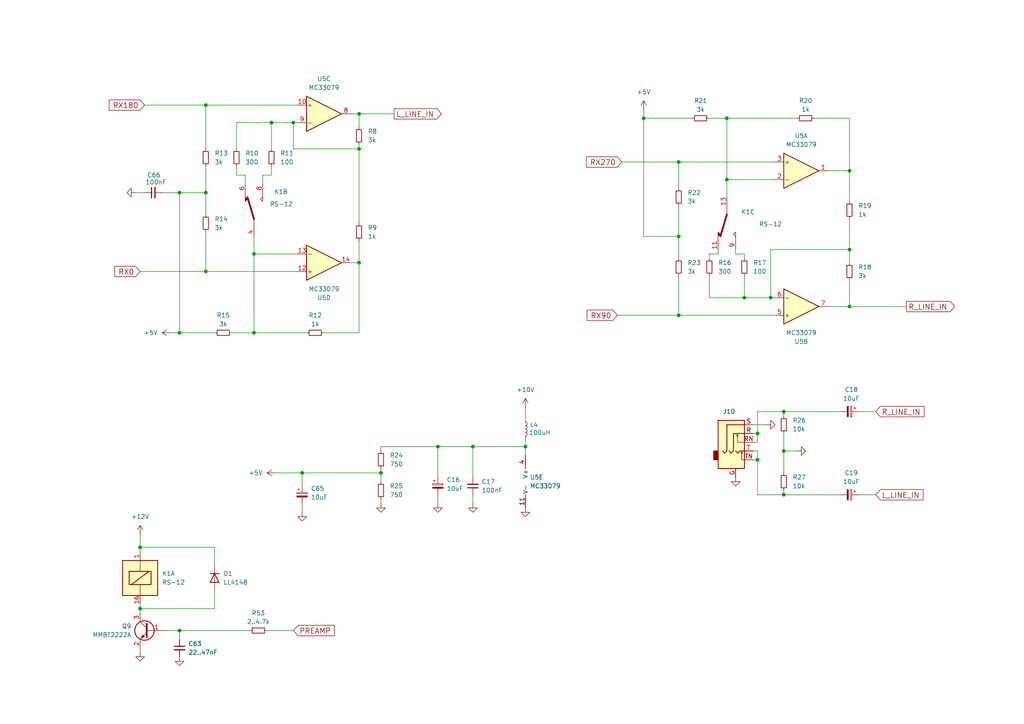
<source format=kicad_sch>
(kicad_sch (version 20231120) (generator "eeschema") (generator_version "8.0")
  (paper "A4")
  (lib_symbols
    (symbol "Amplifier_Operational:MC33079" (pin_names (offset 0.127))
      (property "Reference" "U" (at 0 5.08 0))
      (property "Value" "MC33079" (at 0 -5.08 0))
      (symbol "MC33079_1_1"
        (polyline (pts (xy -5.08 5.08) (xy 5.08 0) (xy -5.08 -5.08) (xy -5.08 5.08)) (stroke (width 0.254)) (fill (type background)))
        (pin output line (at 7.62 0 180) (length 2.54) (name "~") (number "1"))
        (pin input line (at -7.62 -2.54 0) (length 2.54) (name "-") (number "2"))
        (pin input line (at -7.62 2.54 0) (length 2.54) (name "+") (number "3"))
      )
      (symbol "MC33079_2_1"
        (polyline (pts (xy -5.08 5.08) (xy 5.08 0) (xy -5.08 -5.08) (xy -5.08 5.08)) (stroke (width 0.254)) (fill (type background)))
        (pin input line (at -7.62 2.54 0) (length 2.54) (name "+") (number "5"))
        (pin input line (at -7.62 -2.54 0) (length 2.54) (name "-") (number "6"))
        (pin output line (at 7.62 0 180) (length 2.54) (name "~") (number "7"))
      )
      (symbol "MC33079_3_1"
        (polyline (pts (xy -5.08 5.08) (xy 5.08 0) (xy -5.08 -5.08) (xy -5.08 5.08)) (stroke (width 0.254)) (fill (type background)))
        (pin input line (at -7.62 2.54 0) (length 2.54) (name "+") (number "10"))
        (pin output line (at 7.62 0 180) (length 2.54) (name "~") (number "8"))
        (pin input line (at -7.62 -2.54 0) (length 2.54) (name "-") (number "9"))
      )
      (symbol "MC33079_4_1"
        (polyline (pts (xy -5.08 5.08) (xy 5.08 0) (xy -5.08 -5.08) (xy -5.08 5.08)) (stroke (width 0.254)) (fill (type background)))
        (pin input line (at -7.62 2.54 0) (length 2.54) (name "+") (number "12"))
        (pin input line (at -7.62 -2.54 0) (length 2.54) (name "-") (number "13"))
        (pin output line (at 7.62 0 180) (length 2.54) (name "~") (number "14"))
      )
      (symbol "MC33079_5_1"
        (pin power_in line (at -2.54 -7.62 90) (length 3.81) (name "V-") (number "11"))
        (pin power_in line (at -2.54 7.62 270) (length 3.81) (name "V+") (number "4"))
      )
    )
    (symbol "Connector_Audio:AudioJack3_Ground_SwitchTR"
      (property "Reference" "J" (at 0 8.89 0))
      (property "Value" "AudioJack3_Ground_SwitchTR" (at 0 6.35 0))
      (symbol "AudioJack3_Ground_SwitchTR_0_1"
        (rectangle (start -5.08 -5.08) (end -6.35 -7.62) (stroke (width 0.254)) (fill (type outline)))
        (polyline (pts (xy 0.508 -0.254) (xy 0.762 -0.762)))
        (polyline (pts (xy 1.778 -5.334) (xy 2.032 -5.842)))
        (polyline (pts (xy 0 -5.08) (xy 0.635 -5.715) (xy 1.27 -5.08) (xy 2.54 -5.08)) (stroke (width 0.254)))
        (polyline (pts (xy 2.54 -7.62) (xy 1.778 -7.62) (xy 1.778 -5.334) (xy 1.524 -5.842)))
        (polyline (pts (xy 2.54 -2.54) (xy 0.508 -2.54) (xy 0.508 -0.254) (xy 0.254 -0.762)))
        (polyline (pts (xy -1.905 -5.08) (xy -1.27 -5.715) (xy -0.635 -5.08) (xy -0.635 0) (xy 2.54 0)) (stroke (width 0.254)))
        (polyline (pts (xy 2.54 2.54) (xy -2.54 2.54) (xy -2.54 -5.08) (xy -3.175 -5.715) (xy -3.81 -5.08)) (stroke (width 0.254)))
        (rectangle (start 2.54 3.81) (end -5.08 -10.16) (stroke (width 0.254)) (fill (type background)))
      )
      (symbol "AudioJack3_Ground_SwitchTR_1_1"
        (pin passive line (at 0 -12.7 90) (length 2.54) (name "~") (number "G"))
        (pin passive line (at 5.08 0 180) (length 2.54) (name "~") (number "R"))
        (pin passive line (at 5.08 -2.54 180) (length 2.54) (name "~") (number "RN"))
        (pin passive line (at 5.08 2.54 180) (length 2.54) (name "~") (number "S"))
        (pin passive line (at 5.08 -5.08 180) (length 2.54) (name "~") (number "T"))
        (pin passive line (at 5.08 -7.62 180) (length 2.54) (name "~") (number "TN"))
      )
    )
    (symbol "Device:C_Polarized_Small" (pin_numbers hide) (pin_names (offset 0.254) hide)
      (property "Reference" "C" (at 0.254 1.778 0))
      (property "Value" "C_Polarized_Small" (at 0.254 -2.032 0))
      (symbol "C_Polarized_Small_0_1"
        (rectangle (start -1.524 -0.3048) (end 1.524 -0.6858) (fill (type outline)))
        (rectangle (start -1.524 0.6858) (end 1.524 0.3048))
        (polyline (pts (xy -1.27 1.524) (xy -0.762 1.524)))
        (polyline (pts (xy -1.016 1.27) (xy -1.016 1.778)))
      )
      (symbol "C_Polarized_Small_1_1"
        (pin passive line (at 0 2.54 270) (length 1.8542) (name "~") (number "1"))
        (pin passive line (at 0 -2.54 90) (length 1.8542) (name "~") (number "2"))
      )
    )
    (symbol "Device:C_Small" (pin_numbers hide) (pin_names (offset 0.254) hide)
      (property "Reference" "C" (at 0.254 1.778 0))
      (property "Value" "C_Small" (at 0.254 -2.032 0))
      (symbol "C_Small_0_1"
        (polyline (pts (xy -1.524 -0.508) (xy 1.524 -0.508)) (stroke (width 0.3302)))
        (polyline (pts (xy -1.524 0.508) (xy 1.524 0.508)) (stroke (width 0.3048)))
      )
      (symbol "C_Small_1_1"
        (pin passive line (at 0 2.54 270) (length 2.032) (name "~") (number "1"))
        (pin passive line (at 0 -2.54 90) (length 2.032) (name "~") (number "2"))
      )
    )
    (symbol "Device:L_Small" (pin_numbers hide) (pin_names (offset 0.254) hide)
      (property "Reference" "L" (at 0.762 1.016 0))
      (property "Value" "L_Small" (at 0.762 -1.016 0))
      (symbol "L_Small_0_1"
        (arc (start 0 -2.032) (mid 0.5058 -1.524) (end 0 -1.016))
        (arc (start 0 -1.016) (mid 0.5058 -0.508) (end 0 0))
        (arc (start 0 0) (mid 0.5058 0.508) (end 0 1.016))
        (arc (start 0 1.016) (mid 0.5058 1.524) (end 0 2.032))
      )
      (symbol "L_Small_1_1"
        (pin passive line (at 0 2.54 270) (length 0.508) (name "~") (number "1"))
        (pin passive line (at 0 -2.54 90) (length 0.508) (name "~") (number "2"))
      )
    )
    (symbol "Device:R_Small" (pin_numbers hide) (pin_names (offset 0.254) hide)
      (property "Reference" "R" (at 0.762 0.508 0))
      (property "Value" "R_Small" (at 0.762 -1.016 0))
      (symbol "R_Small_0_1"
        (rectangle (start -0.762 1.778) (end 0.762 -1.778) (stroke (width 0.2032)))
      )
      (symbol "R_Small_1_1"
        (pin passive line (at 0 2.54 270) (length 0.762) (name "~") (number "1"))
        (pin passive line (at 0 -2.54 90) (length 0.762) (name "~") (number "2"))
      )
    )
    (symbol "Diode:LL4148" (pin_numbers hide) (pin_names hide)
      (property "Reference" "D" (at 0 2.54 0))
      (property "Value" "LL4148" (at 0 -2.54 0))
      (symbol "LL4148_0_1"
        (polyline (pts (xy -1.27 1.27) (xy -1.27 -1.27)) (stroke (width 0.254)))
        (polyline (pts (xy 1.27 0) (xy -1.27 0)))
        (polyline (pts (xy 1.27 1.27) (xy 1.27 -1.27) (xy -1.27 0) (xy 1.27 1.27)) (stroke (width 0.254)))
      )
      (symbol "LL4148_1_1"
        (pin passive line (at -3.81 0 0) (length 2.54) (name "K") (number "1"))
        (pin passive line (at 3.81 0 180) (length 2.54) (name "A") (number "2"))
      )
    )
    (symbol "Relay:G5V-2_Split"
      (property "Reference" "K" (at 6.35 1.27 0))
      (property "Value" "G5V-2_Split" (at 6.35 -1.27 0))
      (symbol "G5V-2_Split_1_1"
        (rectangle (start -5.08 5.08) (end 5.08 -5.08) (stroke (width 0.254)) (fill (type background)))
        (rectangle (start -3.175 1.905) (end 3.175 -1.905) (stroke (width 0.254)))
        (polyline (pts (xy -2.54 -1.905) (xy 2.54 1.905)) (stroke (width 0.254)))
        (polyline (pts (xy 0 -5.08) (xy 0 -1.905)))
        (polyline (pts (xy 0 5.08) (xy 0 1.905)))
        (pin passive line (at 0 7.62 270) (length 2.54) (name "~") (number "1"))
        (pin passive line (at 0 -7.62 90) (length 2.54) (name "~") (number "16"))
      )
      (symbol "G5V-2_Split_2_1"
        (polyline (pts (xy 0 -2.54) (xy -1.905 3.81)) (stroke (width 0.508)))
        (polyline (pts (xy 0 -2.54) (xy 0 -5.08)))
        (polyline (pts (xy -2.54 5.08) (xy -2.54 2.54) (xy -1.905 3.175) (xy -2.54 3.81)) (fill (type outline)))
        (polyline (pts (xy 2.54 5.08) (xy 2.54 2.54) (xy 1.905 3.175) (xy 2.54 3.81)))
        (pin passive line (at 0 -7.62 90) (length 2.54) (name "~") (number "4"))
        (pin passive line (at -2.54 7.62 270) (length 2.54) (name "~") (number "6"))
        (pin passive line (at 2.54 7.62 270) (length 2.54) (name "~") (number "8"))
      )
      (symbol "G5V-2_Split_3_1"
        (polyline (pts (xy 0 -2.54) (xy -1.905 3.81)) (stroke (width 0.508)))
        (polyline (pts (xy 0 -2.54) (xy 0 -5.08)))
        (polyline (pts (xy -2.54 5.08) (xy -2.54 2.54) (xy -1.905 3.175) (xy -2.54 3.81)) (fill (type outline)))
        (polyline (pts (xy 2.54 5.08) (xy 2.54 2.54) (xy 1.905 3.175) (xy 2.54 3.81)))
        (pin passive line (at -2.54 7.62 270) (length 2.54) (name "~") (number "11"))
        (pin passive line (at 0 -7.62 90) (length 2.54) (name "~") (number "13"))
        (pin passive line (at 2.54 7.62 270) (length 2.54) (name "~") (number "9"))
      )
    )
    (symbol "Transistor_BJT:MMBT2222A" (pin_names (offset 0) hide)
      (property "Reference" "Q" (at 5.08 1.905 0))
      (property "Value" "MMBT2222A" (at 5.08 0 0))
      (symbol "MMBT2222A_0_1"
        (polyline (pts (xy 0.635 0.635) (xy 2.54 2.54)))
        (polyline (pts (xy 0.635 -0.635) (xy 2.54 -2.54) (xy 2.54 -2.54)))
        (polyline (pts (xy 0.635 1.905) (xy 0.635 -1.905) (xy 0.635 -1.905)) (stroke (width 0.508)))
        (polyline (pts (xy 1.27 -1.778) (xy 1.778 -1.27) (xy 2.286 -2.286) (xy 1.27 -1.778) (xy 1.27 -1.778)) (fill (type outline)))
        (circle (center 1.27 0) (radius 2.8194) (stroke (width 0.254)))
      )
      (symbol "MMBT2222A_1_1"
        (pin input line (at -5.08 0 0) (length 5.715) (name "B") (number "1"))
        (pin passive line (at 2.54 -5.08 90) (length 2.54) (name "E") (number "2"))
        (pin passive line (at 2.54 5.08 270) (length 2.54) (name "C") (number "3"))
      )
    )
    (symbol "power:+10V" (power) (pin_numbers hide) (pin_names (offset 0) hide)
      (property "Value" "+10V" (at 0 3.556 0))
      (symbol "+10V_0_1"
        (polyline (pts (xy -0.762 1.27) (xy 0 2.54)))
        (polyline (pts (xy 0 0) (xy 0 2.54)))
        (polyline (pts (xy 0 2.54) (xy 0.762 1.27)))
      )
      (symbol "+10V_1_1"
        (pin power_in line (at 0 0 90) (length 0) (name "~") (number "1"))
      )
    )
    (symbol "power:+12V" (power) (pin_numbers hide) (pin_names (offset 0) hide)
      (property "Value" "+12V" (at 0 3.556 0))
      (symbol "+12V_0_1"
        (polyline (pts (xy -0.762 1.27) (xy 0 2.54)))
        (polyline (pts (xy 0 0) (xy 0 2.54)))
        (polyline (pts (xy 0 2.54) (xy 0.762 1.27)))
      )
      (symbol "+12V_1_1"
        (pin power_in line (at 0 0 90) (length 0) (name "~") (number "1"))
      )
    )
    (symbol "power:+5V" (power) (pin_numbers hide) (pin_names (offset 0) hide)
      (property "Value" "+5V" (at 0 3.556 0))
      (symbol "+5V_0_1"
        (polyline (pts (xy -0.762 1.27) (xy 0 2.54)))
        (polyline (pts (xy 0 0) (xy 0 2.54)))
        (polyline (pts (xy 0 2.54) (xy 0.762 1.27)))
      )
      (symbol "+5V_1_1"
        (pin power_in line (at 0 0 90) (length 0) (name "~") (number "1"))
      )
    )
    (symbol "power:GND" (power) (pin_numbers hide) (pin_names (offset 0) hide)
      (property "Value" "GND" (at 0 -3.81 0))
      (symbol "GND_0_1"
        (polyline (pts (xy 0 0) (xy 0 -1.27) (xy 1.27 -1.27) (xy 0 -2.54) (xy -1.27 -1.27) (xy 0 -1.27)))
      )
      (symbol "GND_1_1"
        (pin power_in line (at 0 0 270) (length 0) (name "~") (number "1"))
      )
    )
  )
  (junction (at 227.33 143.51))
  (junction (at 104.14 43.18))
  (junction (at 215.9 86.36))
  (junction (at 59.69 78.74))
  (junction (at 210.82 52.07))
  (junction (at 223.52 86.36))
  (junction (at 85.09 35.56))
  (junction (at 227.33 119.38))
  (junction (at 52.07 55.88))
  (junction (at 127 129.54))
  (junction (at 196.85 46.99))
  (junction (at 110.49 137.16))
  (junction (at 59.69 55.88))
  (junction (at 219.71 125.73))
  (junction (at 246.38 72.39))
  (junction (at 40.64 158.75))
  (junction (at 40.64 176.53))
  (junction (at 186.69 34.29))
  (junction (at 104.14 33.02))
  (junction (at 219.71 133.35))
  (junction (at 52.07 182.88))
  (junction (at 196.85 68.58))
  (junction (at 73.66 96.52))
  (junction (at 73.66 73.66))
  (junction (at 52.07 96.52))
  (junction (at 137.16 129.54))
  (junction (at 59.69 30.48))
  (junction (at 210.82 34.29))
  (junction (at 227.33 130.81))
  (junction (at 246.38 49.53))
  (junction (at 78.74 35.56))
  (junction (at 87.63 137.16))
  (junction (at 196.85 91.44))
  (junction (at 104.14 76.2))
  (junction (at 152.4 129.54))
  (junction (at 246.38 88.9))
  (wire (pts (xy 85.09 35.56) (xy 86.36 35.56)))
  (wire (pts (xy 248.92 143.51) (xy 254 143.51)))
  (wire (pts (xy 52.07 182.88) (xy 72.39 182.88)))
  (wire (pts (xy 205.74 86.36) (xy 205.74 80.01)))
  (wire (pts (xy 85.09 43.18) (xy 85.09 35.56)))
  (wire (pts (xy 68.58 43.18) (xy 68.58 35.56)))
  (wire (pts (xy 219.71 133.35) (xy 219.71 143.51)))
  (wire (pts (xy 222.25 123.19) (xy 218.44 123.19)))
  (wire (pts (xy 104.14 33.02) (xy 114.3 33.02)))
  (wire (pts (xy 205.74 73.66) (xy 205.74 74.93)))
  (wire (pts (xy 40.64 154.94) (xy 40.64 158.75)))
  (wire (pts (xy 227.33 119.38) (xy 219.71 119.38)))
  (wire (pts (xy 40.64 158.75) (xy 62.23 158.75)))
  (wire (pts (xy 240.03 49.53) (xy 246.38 49.53)))
  (wire (pts (xy 246.38 72.39) (xy 223.52 72.39)))
  (wire (pts (xy 86.36 78.74) (xy 59.69 78.74)))
  (wire (pts (xy 215.9 86.36) (xy 205.74 86.36)))
  (wire (pts (xy 127 129.54) (xy 110.49 129.54)))
  (wire (pts (xy 196.85 80.01) (xy 196.85 91.44)))
  (wire (pts (xy 227.33 142.24) (xy 227.33 143.51)))
  (wire (pts (xy 104.14 76.2) (xy 101.6 76.2)))
  (wire (pts (xy 40.64 176.53) (xy 62.23 176.53)))
  (wire (pts (xy 49.53 96.52) (xy 52.07 96.52)))
  (wire (pts (xy 41.91 30.48) (xy 59.69 30.48)))
  (wire (pts (xy 77.47 182.88) (xy 85.09 182.88)))
  (wire (pts (xy 80.01 137.16) (xy 87.63 137.16)))
  (wire (pts (xy 246.38 49.53) (xy 246.38 58.42)))
  (wire (pts (xy 104.14 96.52) (xy 93.98 96.52)))
  (wire (pts (xy 62.23 158.75) (xy 62.23 163.83)))
  (wire (pts (xy 218.44 133.35) (xy 219.71 133.35)))
  (wire (pts (xy 180.34 46.99) (xy 196.85 46.99)))
  (wire (pts (xy 179.07 91.44) (xy 196.85 91.44)))
  (wire (pts (xy 40.64 175.26) (xy 40.64 176.53)))
  (wire (pts (xy 127 146.05) (xy 127 143.51)))
  (wire (pts (xy 215.9 74.93) (xy 215.9 73.66)))
  (wire (pts (xy 40.64 160.02) (xy 40.64 158.75)))
  (wire (pts (xy 219.71 128.27) (xy 218.44 128.27)))
  (wire (pts (xy 73.66 96.52) (xy 73.66 73.66)))
  (wire (pts (xy 223.52 86.36) (xy 215.9 86.36)))
  (wire (pts (xy 46.99 55.88) (xy 52.07 55.88)))
  (wire (pts (xy 196.85 91.44) (xy 224.79 91.44)))
  (wire (pts (xy 101.6 33.02) (xy 104.14 33.02)))
  (wire (pts (xy 110.49 144.78) (xy 110.49 146.05)))
  (wire (pts (xy 76.2 50.8) (xy 78.74 50.8)))
  (wire (pts (xy 210.82 57.15) (xy 210.82 52.07)))
  (wire (pts (xy 196.85 59.69) (xy 196.85 68.58)))
  (wire (pts (xy 208.28 72.39) (xy 208.28 73.66)))
  (wire (pts (xy 62.23 176.53) (xy 62.23 171.45)))
  (wire (pts (xy 219.71 125.73) (xy 219.71 128.27)))
  (wire (pts (xy 104.14 76.2) (xy 104.14 96.52)))
  (wire (pts (xy 215.9 80.01) (xy 215.9 86.36)))
  (wire (pts (xy 219.71 143.51) (xy 227.33 143.51)))
  (wire (pts (xy 39.37 55.88) (xy 41.91 55.88)))
  (wire (pts (xy 219.71 130.81) (xy 219.71 133.35)))
  (wire (pts (xy 104.14 41.91) (xy 104.14 43.18)))
  (wire (pts (xy 227.33 143.51) (xy 243.84 143.51)))
  (wire (pts (xy 208.28 73.66) (xy 205.74 73.66)))
  (wire (pts (xy 227.33 125.73) (xy 227.33 130.81)))
  (wire (pts (xy 152.4 127) (xy 152.4 129.54)))
  (wire (pts (xy 78.74 35.56) (xy 85.09 35.56)))
  (wire (pts (xy 88.9 96.52) (xy 73.66 96.52)))
  (wire (pts (xy 62.23 96.52) (xy 52.07 96.52)))
  (wire (pts (xy 186.69 68.58) (xy 196.85 68.58)))
  (wire (pts (xy 40.64 176.53) (xy 40.64 177.8)))
  (wire (pts (xy 224.79 86.36) (xy 223.52 86.36)))
  (wire (pts (xy 219.71 119.38) (xy 219.71 125.73)))
  (wire (pts (xy 104.14 43.18) (xy 104.14 64.77)))
  (wire (pts (xy 213.36 73.66) (xy 213.36 72.39)))
  (wire (pts (xy 137.16 146.05) (xy 137.16 143.51)))
  (wire (pts (xy 76.2 53.34) (xy 76.2 50.8)))
  (wire (pts (xy 227.33 119.38) (xy 227.33 120.65)))
  (wire (pts (xy 48.26 182.88) (xy 52.07 182.88)))
  (wire (pts (xy 210.82 52.07) (xy 224.79 52.07)))
  (wire (pts (xy 87.63 137.16) (xy 87.63 140.97)))
  (wire (pts (xy 196.85 46.99) (xy 196.85 54.61)))
  (wire (pts (xy 215.9 73.66) (xy 213.36 73.66)))
  (wire (pts (xy 152.4 129.54) (xy 152.4 132.08)))
  (wire (pts (xy 186.69 34.29) (xy 200.66 34.29)))
  (wire (pts (xy 210.82 34.29) (xy 210.82 52.07)))
  (wire (pts (xy 59.69 30.48) (xy 86.36 30.48)))
  (wire (pts (xy 137.16 129.54) (xy 137.16 138.43)))
  (wire (pts (xy 68.58 35.56) (xy 78.74 35.56)))
  (wire (pts (xy 196.85 68.58) (xy 196.85 74.93)))
  (wire (pts (xy 78.74 48.26) (xy 78.74 50.8)))
  (wire (pts (xy 246.38 76.2) (xy 246.38 72.39)))
  (wire (pts (xy 218.44 130.81) (xy 219.71 130.81)))
  (wire (pts (xy 196.85 46.99) (xy 224.79 46.99)))
  (wire (pts (xy 205.74 34.29) (xy 210.82 34.29)))
  (wire (pts (xy 186.69 34.29) (xy 186.69 68.58)))
  (wire (pts (xy 110.49 137.16) (xy 110.49 139.7)))
  (wire (pts (xy 246.38 63.5) (xy 246.38 72.39)))
  (wire (pts (xy 110.49 135.89) (xy 110.49 137.16)))
  (wire (pts (xy 68.58 50.8) (xy 71.12 50.8)))
  (wire (pts (xy 236.22 34.29) (xy 246.38 34.29)))
  (wire (pts (xy 87.63 137.16) (xy 110.49 137.16)))
  (wire (pts (xy 52.07 182.88) (xy 52.07 185.42)))
  (wire (pts (xy 127 129.54) (xy 137.16 129.54)))
  (wire (pts (xy 223.52 72.39) (xy 223.52 86.36)))
  (wire (pts (xy 104.14 33.02) (xy 104.14 36.83)))
  (wire (pts (xy 246.38 88.9) (xy 262.89 88.9)))
  (wire (pts (xy 240.03 88.9) (xy 246.38 88.9)))
  (wire (pts (xy 186.69 31.75) (xy 186.69 34.29)))
  (wire (pts (xy 86.36 73.66) (xy 73.66 73.66)))
  (wire (pts (xy 218.44 125.73) (xy 219.71 125.73)))
  (wire (pts (xy 59.69 78.74) (xy 40.64 78.74)))
  (wire (pts (xy 137.16 129.54) (xy 152.4 129.54)))
  (wire (pts (xy 67.31 96.52) (xy 73.66 96.52)))
  (wire (pts (xy 227.33 130.81) (xy 227.33 137.16)))
  (wire (pts (xy 152.4 118.11) (xy 152.4 121.92)))
  (wire (pts (xy 40.64 187.96) (xy 40.64 189.23)))
  (wire (pts (xy 246.38 34.29) (xy 246.38 49.53)))
  (wire (pts (xy 248.92 119.38) (xy 254 119.38)))
  (wire (pts (xy 59.69 55.88) (xy 59.69 62.23)))
  (wire (pts (xy 59.69 30.48) (xy 59.69 43.18)))
  (wire (pts (xy 71.12 50.8) (xy 71.12 53.34)))
  (wire (pts (xy 104.14 69.85) (xy 104.14 76.2)))
  (wire (pts (xy 68.58 48.26) (xy 68.58 50.8)))
  (wire (pts (xy 73.66 73.66) (xy 73.66 68.58)))
  (wire (pts (xy 246.38 88.9) (xy 246.38 81.28)))
  (wire (pts (xy 59.69 48.26) (xy 59.69 55.88)))
  (wire (pts (xy 87.63 148.59) (xy 87.63 146.05)))
  (wire (pts (xy 104.14 43.18) (xy 85.09 43.18)))
  (wire (pts (xy 52.07 55.88) (xy 59.69 55.88)))
  (wire (pts (xy 231.14 34.29) (xy 210.82 34.29)))
  (wire (pts (xy 127 138.43) (xy 127 129.54)))
  (wire (pts (xy 227.33 130.81) (xy 231.14 130.81)))
  (wire (pts (xy 78.74 43.18) (xy 78.74 35.56)))
  (wire (pts (xy 52.07 55.88) (xy 52.07 96.52)))
  (wire (pts (xy 110.49 129.54) (xy 110.49 130.81)))
  (wire (pts (xy 227.33 119.38) (xy 243.84 119.38)))
  (wire (pts (xy 59.69 67.31) (xy 59.69 78.74)))
  (global_label "RX180" (shape input) (at 41.91 30.48 180) (effects (font (size 1.524 1.524))) (property "Intersheetrefs" "${INTERSHEET_REFS}" (effects (hide yes))))
  (global_label "L_LINE_IN" (shape input) (at 254 143.51 0) (effects (font (size 1.524 1.524))) (property "Intersheetrefs" "${INTERSHEET_REFS}" (effects (hide yes))))
  (global_label "R_LINE_IN" (shape input) (at 254 119.38 0) (effects (font (size 1.524 1.524))) (property "Intersheetrefs" "${INTERSHEET_REFS}" (effects (hide yes))))
  (global_label "RX90" (shape input) (at 179.07 91.44 180) (effects (font (size 1.524 1.524))) (property "Intersheetrefs" "${INTERSHEET_REFS}" (effects (hide yes))))
  (global_label "L_LINE_IN" (shape output) (at 114.3 33.02 0) (effects (font (size 1.524 1.524))) (property "Intersheetrefs" "${INTERSHEET_REFS}" (effects (hide yes))))
  (global_label "PREAMP" (shape input) (at 85.09 182.88 0) (effects (font (size 1.524 1.524))) (property "Intersheetrefs" "${INTERSHEET_REFS}" (effects (hide yes))))
  (global_label "RX270" (shape input) (at 180.34 46.99 180) (effects (font (size 1.524 1.524))) (property "Intersheetrefs" "${INTERSHEET_REFS}" (effects (hide yes))))
  (global_label "R_LINE_IN" (shape output) (at 262.89 88.9 0) (effects (font (size 1.524 1.524))) (property "Intersheetrefs" "${INTERSHEET_REFS}" (effects (hide yes))))
  (global_label "RX0" (shape input) (at 40.64 78.74 180) (effects (font (size 1.524 1.524))) (property "Intersheetrefs" "${INTERSHEET_REFS}" (effects (hide yes))))
  (symbol (lib_id "Diode:LL4148") (at 62.23 167.64 270) (unit 1)
    (property "Reference" "D1" (at 64.77 166.3699 90) (effects (justify left)))
    (property "Value" "LL4148" (at 64.77 168.9099 90) (effects (justify left)))
    (property "Footprint" "Diode_SMD:D_MiniMELF" (effects (hide yes)))
    (property "Datasheet" "http://www.vishay.com/docs/85557/ll4148.pdf" (effects (hide yes)))
    (property "Description" "100V 0.15A standard switching diode, MiniMELF" (effects (hide yes)))
    (property "Sim.Device" "D" (effects (hide yes)))
    (property "Sim.Pins" "1=K 2=A" (effects (hide yes)))
  )
  (symbol (lib_id "Amplifier_Operational:MC33079") (at 93.98 33.02 0) (unit 3)
    (property "Reference" "U5" (at 93.98 22.86 0))
    (property "Value" "MC33079" (at 93.98 25.4 0))
    (property "Footprint" "Package_SO:SOIC-14_3.9x8.7mm_P1.27mm" (effects (hide yes)))
    (property "Datasheet" "https://www.onsemi.com/pub/Collateral/MC33078-D.PDF" (effects (hide yes)))
    (property "Description" "Low Noise, Quad Operational Amplifiers, DIP-14/SOIC-14" (effects (hide yes)))
  )
  (symbol (lib_id "power:GND") (at 127 146.05 0) (unit 1)
    (property "Reference" "#PWR026" (effects (hide yes)))
    (property "Value" "GND" (effects (hide yes)))
    (property "Description" "Power symbol creates a global label with name \"GND\" , ground" (effects (hide yes)))
  )
  (symbol (lib_id "power:GND") (at 40.64 189.23 0) (unit 1)
    (property "Reference" "#PWR030" (effects (hide yes)))
    (property "Value" "GND" (effects (hide yes)))
    (property "Description" "Power symbol creates a global label with name \"GND\" , ground" (effects (hide yes)))
  )
  (symbol (lib_id "power:GND") (at 87.63 148.59 0) (unit 1)
    (property "Reference" "#PWR098" (effects (hide yes)))
    (property "Value" "GND" (effects (hide yes)))
    (property "Description" "Power symbol creates a global label with name \"GND\" , ground" (effects (hide yes)))
  )
  (symbol (lib_id "Relay:G5V-2_Split") (at 73.66 60.96 0) (unit 2)
    (property "Reference" "K1" (at 79.502 55.626 0) (effects (justify left)))
    (property "Value" "RS-12" (at 78.232 59.182 0) (effects (justify left)))
    (property "Footprint" "Relay_THT:Relay_DPDT_Omron_G5V-2" (effects (hide yes)))
    (property "Datasheet" "http://omronfs.omron.com/en_US/ecb/products/pdf/en-g5v_2.pdf" (effects (hide yes)))
    (property "Description" "Relay Miniature Omron DPDT" (effects (hide yes)))
  )
  (symbol (lib_id "power:+5V") (at 186.69 31.75 0) (unit 1)
    (property "Reference" "#PWR022" (effects (hide yes)))
    (property "Value" "+5V" (at 186.69 26.67 0))
    (property "Description" "Power symbol creates a global label with name \"+5V\"" (effects (hide yes)))
  )
  (symbol (lib_id "Device:R_Small") (at 68.58 45.72 180) (unit 1)
    (property "Reference" "R10" (at 71.12 44.4499 0) (effects (justify right)))
    (property "Value" "300" (at 71.12 46.9899 0) (effects (justify right)))
    (property "Footprint" "Resistor_SMD:R_0603_1608Metric_Pad0.98x0.95mm_HandSolder" (effects (hide yes)))
    (property "Description" "Resistor, small symbol" (effects (hide yes)))
    (property "JLCPCB" "C23025" (effects (hide yes)))
  )
  (symbol (lib_id "Device:R_Small") (at 78.74 45.72 0) (unit 1)
    (property "Reference" "R11" (at 81.28 44.4499 0) (effects (justify left)))
    (property "Value" "100" (at 81.28 46.9899 0) (effects (justify left)))
    (property "Footprint" "Resistor_SMD:R_0603_1608Metric_Pad0.98x0.95mm_HandSolder" (effects (hide yes)))
    (property "Description" "Resistor, small symbol" (effects (hide yes)))
    (property "JLCPCB" "C22775" (effects (hide yes)))
  )
  (symbol (lib_id "Device:R_Small") (at 59.69 64.77 180) (unit 1)
    (property "Reference" "R14" (at 62.23 63.4999 0) (effects (justify right)))
    (property "Value" "3k" (at 62.23 66.0399 0) (effects (justify right)))
    (property "Footprint" "Resistor_SMD:R_0603_1608Metric_Pad0.98x0.95mm_HandSolder" (effects (hide yes)))
    (property "Description" "Resistor, small symbol" (effects (hide yes)))
    (property "JLCPCB" "C4211" (effects (hide yes)))
  )
  (symbol (lib_id "Device:R_Small") (at 203.2 34.29 270) (unit 1)
    (property "Reference" "R21" (at 203.2 29.21 90))
    (property "Value" "3k" (at 203.2 31.75 90))
    (property "Footprint" "Resistor_SMD:R_0603_1608Metric_Pad0.98x0.95mm_HandSolder" (effects (hide yes)))
    (property "Description" "Resistor, small symbol" (effects (hide yes)))
    (property "JLCPCB" "C4211" (effects (hide yes)))
  )
  (symbol (lib_id "Device:R_Small") (at 64.77 96.52 270) (unit 1)
    (property "Reference" "R15" (at 64.77 91.44 90))
    (property "Value" "3k" (at 64.77 93.98 90))
    (property "Footprint" "Resistor_SMD:R_0603_1608Metric_Pad0.98x0.95mm_HandSolder" (effects (hide yes)))
    (property "Description" "Resistor, small symbol" (effects (hide yes)))
    (property "JLCPCB" "C4211" (effects (hide yes)))
  )
  (symbol (lib_id "Device:C_Polarized_Small") (at 87.63 143.51 0) (unit 1)
    (property "Reference" "C65" (at 90.17 141.6938 0) (effects (justify left)))
    (property "Value" "10uF" (at 90.17 144.2338 0) (effects (justify left)))
    (property "Footprint" "Capacitor_Tantalum_SMD:CP_EIA-3216-18_Kemet-A_Pad1.58x1.35mm_HandSolder" (effects (hide yes)))
    (property "Description" "Polarized capacitor, small symbol" (effects (hide yes)))
    (property "JLCPCB" " C123294 " (effects (hide yes)))
  )
  (symbol (lib_id "Device:R_Small") (at 196.85 77.47 180) (unit 1)
    (property "Reference" "R23" (at 199.39 76.1999 0) (effects (justify right)))
    (property "Value" "3k" (at 199.39 78.7399 0) (effects (justify right)))
    (property "Footprint" "Resistor_SMD:R_0603_1608Metric_Pad0.98x0.95mm_HandSolder" (effects (hide yes)))
    (property "Description" "Resistor, small symbol" (effects (hide yes)))
    (property "JLCPCB" "C4211" (effects (hide yes)))
  )
  (symbol (lib_id "Transistor_BJT:MMBT2222A") (at 43.18 182.88 0) (mirror y) (unit 1)
    (property "Reference" "Q9" (at 38.1 181.6099 0) (effects (justify left)))
    (property "Value" "MMBT2222A" (at 38.1 184.1499 0) (effects (justify left)))
    (property "Footprint" "Package_TO_SOT_SMD:SOT-23" (effects (hide yes)))
    (property "Datasheet" "https://assets.nexperia.com/documents/data-sheet/MMBT2222A.pdf" (effects (hide yes)))
    (property "Description" "600mA Ic, 40V Vce, NPN Transistor, SOT-23" (effects (hide yes)))
  )
  (symbol (lib_id "Device:L_Small") (at 152.4 124.46 0) (unit 1)
    (property "Reference" "L4" (at 153.67 123.19 0) (effects (justify left)))
    (property "Value" "100uH" (at 153.416 125.476 0) (effects (justify left)))
    (property "Footprint" "Inductor_SMD:L_1210_3225Metric_Pad1.42x2.65mm_HandSolder" (effects (hide yes)))
    (property "Description" "Inductor, small symbol" (effects (hide yes)))
    (property "JLCPCB" "C394100" (effects (hide yes)))
  )
  (symbol (lib_id "power:GND") (at 222.25 123.19 90) (unit 1)
    (property "Reference" "#PWR0135" (effects (hide yes)))
    (property "Value" "GND" (effects (hide yes)))
    (property "Description" "Power symbol creates a global label with name \"GND\" , ground" (effects (hide yes)))
  )
  (symbol (lib_id "power:GND") (at 231.14 130.81 90) (unit 1)
    (property "Reference" "#PWR033" (effects (hide yes)))
    (property "Value" "GND" (effects (hide yes)))
    (property "Description" "Power symbol creates a global label with name \"GND\" , ground" (effects (hide yes)))
  )
  (symbol (lib_id "Device:R_Small") (at 104.14 39.37 180) (unit 1)
    (property "Reference" "R8" (at 106.68 38.0999 0) (effects (justify right)))
    (property "Value" "3k" (at 106.68 40.6399 0) (effects (justify right)))
    (property "Footprint" "Resistor_SMD:R_0603_1608Metric_Pad0.98x0.95mm_HandSolder" (effects (hide yes)))
    (property "Description" "Resistor, small symbol" (effects (hide yes)))
    (property "JLCPCB" "C4211" (effects (hide yes)))
  )
  (symbol (lib_id "Device:R_Small") (at 110.49 142.24 180) (unit 1)
    (property "Reference" "R25" (at 113.03 140.9699 0) (effects (justify right)))
    (property "Value" "750" (at 113.03 143.5099 0) (effects (justify right)))
    (property "Footprint" "SDR_footprints:R_1206_0603" (effects (hide yes)))
    (property "Description" "Resistor, small symbol" (effects (hide yes)))
    (property "JLCPCB" "C23241" (effects (hide yes)))
  )
  (symbol (lib_id "power:+5V") (at 49.53 96.52 90) (unit 1)
    (property "Reference" "#PWR023" (effects (hide yes)))
    (property "Value" "+5V" (at 45.72 96.5199 90) (effects (justify left)))
    (property "Description" "Power symbol creates a global label with name \"+5V\"" (effects (hide yes)))
  )
  (symbol (lib_id "Device:R_Small") (at 110.49 133.35 180) (unit 1)
    (property "Reference" "R24" (at 113.03 132.0799 0) (effects (justify right)))
    (property "Value" "750" (at 113.03 134.6199 0) (effects (justify right)))
    (property "Footprint" "SDR_footprints:R_1206_0603" (effects (hide yes)))
    (property "Description" "Resistor, small symbol" (effects (hide yes)))
    (property "JLCPCB" "C23241" (effects (hide yes)))
  )
  (symbol (lib_id "Connector_Audio:AudioJack3_Ground_SwitchTR") (at 213.36 125.73 0) (unit 1)
    (property "Reference" "J10" (at 211.455 119.38 0))
    (property "Value" "AudioJack3_Ground_SwitchTR" (effects (hide yes)))
    (property "Footprint" "Connector_Audio:Jack_3.5mm_CUI_SJ1-3525N_Horizontal" (effects (hide yes)))
    (property "Description" "Audio Jack, 3 Poles (Stereo / TRS), Grounded Sleeve, Switched TR Poles (Normalling)" (effects (hide yes)))
  )
  (symbol (lib_id "power:GND") (at 52.07 190.5 0) (unit 1)
    (property "Reference" "#PWR091" (effects (hide yes)))
    (property "Value" "GND" (effects (hide yes)))
    (property "Description" "Power symbol creates a global label with name \"GND\" , ground" (effects (hide yes)))
  )
  (symbol (lib_id "Amplifier_Operational:MC33079") (at 154.94 139.7 0) (unit 5)
    (property "Reference" "U5" (at 153.67 138.4299 0) (effects (justify left)))
    (property "Value" "MC33079" (at 153.67 140.9699 0) (effects (justify left)))
    (property "Footprint" "Package_SO:SOIC-14_3.9x8.7mm_P1.27mm" (effects (hide yes)))
    (property "Datasheet" "https://www.onsemi.com/pub/Collateral/MC33078-D.PDF" (effects (hide yes)))
    (property "Description" "Low Noise, Quad Operational Amplifiers, DIP-14/SOIC-14" (effects (hide yes)))
  )
  (symbol (lib_id "Relay:G5V-2_Split") (at 210.82 64.77 0) (mirror x) (unit 3)
    (property "Reference" "K1" (at 218.948 61.468 0) (effects (justify right)))
    (property "Value" "RS-12" (at 226.822 65.024 0) (effects (justify right)))
    (property "Footprint" "Relay_THT:Relay_DPDT_Omron_G5V-2" (effects (hide yes)))
    (property "Datasheet" "http://omronfs.omron.com/en_US/ecb/products/pdf/en-g5v_2.pdf" (effects (hide yes)))
    (property "Description" "Relay Miniature Omron DPDT" (effects (hide yes)))
  )
  (symbol (lib_id "Relay:G5V-2_Split") (at 40.64 167.64 0) (unit 1)
    (property "Reference" "K1" (at 46.99 166.3699 0) (effects (justify left)))
    (property "Value" "RS-12" (at 46.99 168.9099 0) (effects (justify left)))
    (property "Footprint" "Relay_THT:Relay_DPDT_Omron_G5V-2" (effects (hide yes)))
    (property "Datasheet" "http://omronfs.omron.com/en_US/ecb/products/pdf/en-g5v_2.pdf" (effects (hide yes)))
    (property "Description" "Relay Miniature Omron DPDT" (effects (hide yes)))
  )
  (symbol (lib_id "power:+10V") (at 152.4 118.11 0) (unit 1)
    (property "Reference" "#PWR024" (effects (hide yes)))
    (property "Value" "+10V" (at 152.4 113.03 0))
    (property "Description" "Power symbol creates a global label with name \"+10V\"" (effects (hide yes)))
  )
  (symbol (lib_id "Device:C_Small") (at 44.45 55.88 90) (unit 1)
    (property "Reference" "C66" (at 42.672 50.8 90) (effects (justify right)))
    (property "Value" "100nF" (at 42.164 52.832 90) (effects (justify right)))
    (property "Footprint" "SDR_footprints:C_1206_0603" (effects (hide yes)))
    (property "Description" "Unpolarized capacitor, small symbol" (effects (hide yes)))
    (property "JLCPCB" "C14663" (effects (hide yes)))
  )
  (symbol (lib_id "Amplifier_Operational:MC33079") (at 232.41 88.9 0) (mirror x) (unit 2)
    (property "Reference" "U5" (at 232.41 99.06 0))
    (property "Value" "MC33079" (at 232.41 96.52 0))
    (property "Footprint" "Package_SO:SOIC-14_3.9x8.7mm_P1.27mm" (effects (hide yes)))
    (property "Datasheet" "https://www.onsemi.com/pub/Collateral/MC33078-D.PDF" (effects (hide yes)))
    (property "Description" "Low Noise, Quad Operational Amplifiers, DIP-14/SOIC-14" (effects (hide yes)))
  )
  (symbol (lib_id "Device:R_Small") (at 246.38 60.96 180) (unit 1)
    (property "Reference" "R19" (at 248.92 59.6899 0) (effects (justify right)))
    (property "Value" "1k" (at 248.92 62.2299 0) (effects (justify right)))
    (property "Footprint" "Resistor_SMD:R_0603_1608Metric_Pad0.98x0.95mm_HandSolder" (effects (hide yes)))
    (property "Description" "Resistor, small symbol" (effects (hide yes)))
    (property "JLCPCB" "C21190" (effects (hide yes)))
  )
  (symbol (lib_id "Device:R_Small") (at 91.44 96.52 270) (unit 1)
    (property "Reference" "R12" (at 91.44 91.44 90))
    (property "Value" "1k" (at 91.44 93.98 90))
    (property "Footprint" "Resistor_SMD:R_0603_1608Metric_Pad0.98x0.95mm_HandSolder" (effects (hide yes)))
    (property "Description" "Resistor, small symbol" (effects (hide yes)))
    (property "JLCPCB" "C21190" (effects (hide yes)))
  )
  (symbol (lib_id "power:GND") (at 213.36 138.43 0) (unit 1)
    (property "Reference" "#PWR032" (effects (hide yes)))
    (property "Value" "GND" (effects (hide yes)))
    (property "Description" "Power symbol creates a global label with name \"GND\" , ground" (effects (hide yes)))
  )
  (symbol (lib_id "Device:R_Small") (at 59.69 45.72 180) (unit 1)
    (property "Reference" "R13" (at 62.23 44.4499 0) (effects (justify right)))
    (property "Value" "3k" (at 62.23 46.9899 0) (effects (justify right)))
    (property "Footprint" "Resistor_SMD:R_0603_1608Metric_Pad0.98x0.95mm_HandSolder" (effects (hide yes)))
    (property "Description" "Resistor, small symbol" (effects (hide yes)))
    (property "JLCPCB" "C4211" (effects (hide yes)))
  )
  (symbol (lib_id "Device:C_Polarized_Small") (at 246.38 143.51 270) (unit 1)
    (property "Reference" "C19" (at 246.9261 137.16 90))
    (property "Value" "10uF" (at 246.9261 139.7 90))
    (property "Footprint" "Capacitor_Tantalum_SMD:CP_EIA-3216-18_Kemet-A_Pad1.58x1.35mm_HandSolder" (effects (hide yes)))
    (property "Description" "Polarized capacitor, small symbol" (effects (hide yes)))
    (property "JLCPCB" " C123294 " (effects (hide yes)))
  )
  (symbol (lib_id "Device:R_Small") (at 215.9 77.47 180) (unit 1)
    (property "Reference" "R17" (at 218.44 76.1999 0) (effects (justify right)))
    (property "Value" "100" (at 218.44 78.7399 0) (effects (justify right)))
    (property "Footprint" "Resistor_SMD:R_0603_1608Metric_Pad0.98x0.95mm_HandSolder" (effects (hide yes)))
    (property "Description" "Resistor, small symbol" (effects (hide yes)))
    (property "JLCPCB" "C22775" (effects (hide yes)))
  )
  (symbol (lib_id "Device:R_Small") (at 227.33 123.19 0) (unit 1)
    (property "Reference" "R26" (at 229.87 121.9199 0) (effects (justify left)))
    (property "Value" "10k" (at 229.87 124.4599 0) (effects (justify left)))
    (property "Footprint" "Resistor_SMD:R_0603_1608Metric_Pad0.98x0.95mm_HandSolder" (effects (hide yes)))
    (property "Description" "Resistor, small symbol" (effects (hide yes)))
    (property "JLCPCB" "C25804" (effects (hide yes)))
  )
  (symbol (lib_id "Device:R_Small") (at 205.74 77.47 180) (unit 1)
    (property "Reference" "R16" (at 208.28 76.1999 0) (effects (justify right)))
    (property "Value" "300" (at 208.28 78.7399 0) (effects (justify right)))
    (property "Footprint" "Resistor_SMD:R_0603_1608Metric_Pad0.98x0.95mm_HandSolder" (effects (hide yes)))
    (property "Description" "Resistor, small symbol" (effects (hide yes)))
    (property "JLCPCB" "C23025" (effects (hide yes)))
  )
  (symbol (lib_id "Device:R_Small") (at 246.38 78.74 180) (unit 1)
    (property "Reference" "R18" (at 248.92 77.4699 0) (effects (justify right)))
    (property "Value" "3k" (at 248.92 80.0099 0) (effects (justify right)))
    (property "Footprint" "Resistor_SMD:R_0603_1608Metric_Pad0.98x0.95mm_HandSolder" (effects (hide yes)))
    (property "Description" "Resistor, small symbol" (effects (hide yes)))
    (property "JLCPCB" "C4211" (effects (hide yes)))
  )
  (symbol (lib_id "Device:R_Small") (at 104.14 67.31 180) (unit 1)
    (property "Reference" "R9" (at 106.68 66.0399 0) (effects (justify right)))
    (property "Value" "1k" (at 106.68 68.5799 0) (effects (justify right)))
    (property "Footprint" "Resistor_SMD:R_0603_1608Metric_Pad0.98x0.95mm_HandSolder" (effects (hide yes)))
    (property "Description" "Resistor, small symbol" (effects (hide yes)))
    (property "JLCPCB" "C21190" (effects (hide yes)))
  )
  (symbol (lib_id "Device:R_Small") (at 196.85 57.15 180) (unit 1)
    (property "Reference" "R22" (at 199.39 55.8799 0) (effects (justify right)))
    (property "Value" "3k" (at 199.39 58.4199 0) (effects (justify right)))
    (property "Footprint" "Resistor_SMD:R_0603_1608Metric_Pad0.98x0.95mm_HandSolder" (effects (hide yes)))
    (property "Description" "Resistor, small symbol" (effects (hide yes)))
    (property "JLCPCB" "C4211" (effects (hide yes)))
  )
  (symbol (lib_id "Device:C_Polarized_Small") (at 246.38 119.38 270) (unit 1)
    (property "Reference" "C18" (at 246.9261 113.03 90))
    (property "Value" "10uF" (at 246.9261 115.57 90))
    (property "Footprint" "Capacitor_Tantalum_SMD:CP_EIA-3216-18_Kemet-A_Pad1.58x1.35mm_HandSolder" (effects (hide yes)))
    (property "Description" "Polarized capacitor, small symbol" (effects (hide yes)))
    (property "JLCPCB" " C123294 " (effects (hide yes)))
  )
  (symbol (lib_id "power:GND") (at 39.37 55.88 270) (unit 1)
    (property "Reference" "#PWR099" (effects (hide yes)))
    (property "Value" "GND" (effects (hide yes)))
    (property "Description" "Power symbol creates a global label with name \"GND\" , ground" (effects (hide yes)))
  )
  (symbol (lib_id "power:GND") (at 110.49 146.05 0) (unit 1)
    (property "Reference" "#PWR028" (effects (hide yes)))
    (property "Value" "GND" (effects (hide yes)))
    (property "Description" "Power symbol creates a global label with name \"GND\" , ground" (effects (hide yes)))
  )
  (symbol (lib_id "power:GND") (at 152.4 147.32 0) (unit 1)
    (property "Reference" "#PWR025" (effects (hide yes)))
    (property "Value" "GND" (effects (hide yes)))
    (property "Description" "Power symbol creates a global label with name \"GND\" , ground" (effects (hide yes)))
  )
  (symbol (lib_id "Device:R_Small") (at 227.33 139.7 0) (unit 1)
    (property "Reference" "R27" (at 229.87 138.4299 0) (effects (justify left)))
    (property "Value" "10k" (at 229.87 140.9699 0) (effects (justify left)))
    (property "Footprint" "Resistor_SMD:R_0603_1608Metric_Pad0.98x0.95mm_HandSolder" (effects (hide yes)))
    (property "Description" "Resistor, small symbol" (effects (hide yes)))
    (property "JLCPCB" "C25804" (effects (hide yes)))
  )
  (symbol (lib_id "Amplifier_Operational:MC33079") (at 232.41 49.53 0) (unit 1)
    (property "Reference" "U5" (at 232.41 39.37 0))
    (property "Value" "MC33079" (at 232.41 41.91 0))
    (property "Footprint" "Package_SO:SOIC-14_3.9x8.7mm_P1.27mm" (effects (hide yes)))
    (property "Datasheet" "https://www.onsemi.com/pub/Collateral/MC33078-D.PDF" (effects (hide yes)))
    (property "Description" "Low Noise, Quad Operational Amplifiers, DIP-14/SOIC-14" (effects (hide yes)))
  )
  (symbol (lib_id "power:+5V") (at 80.01 137.16 90) (unit 1)
    (property "Reference" "#PWR029" (effects (hide yes)))
    (property "Value" "+5V" (at 76.2 137.1599 90) (effects (justify left)))
    (property "Description" "Power symbol creates a global label with name \"+5V\"" (effects (hide yes)))
  )
  (symbol (lib_id "Device:R_Small") (at 74.93 182.88 90) (unit 1)
    (property "Reference" "R53" (at 74.93 177.8 90))
    (property "Value" "2..4.7k" (at 74.93 180.34 90))
    (property "Footprint" "SDR_footprints:R_1206_0603" (effects (hide yes)))
    (property "Description" "Resistor, small symbol" (effects (hide yes)))
  )
  (symbol (lib_id "power:+12V") (at 40.64 154.94 0) (unit 1)
    (property "Reference" "#PWR031" (effects (hide yes)))
    (property "Value" "+12V" (at 40.64 149.86 0))
    (property "Description" "Power symbol creates a global label with name \"+12V\"" (effects (hide yes)))
  )
  (symbol (lib_id "Amplifier_Operational:MC33079") (at 93.98 76.2 0) (mirror x) (unit 4)
    (property "Reference" "U5" (at 93.98 86.36 0))
    (property "Value" "MC33079" (at 93.98 83.82 0))
    (property "Footprint" "Package_SO:SOIC-14_3.9x8.7mm_P1.27mm" (effects (hide yes)))
    (property "Datasheet" "https://www.onsemi.com/pub/Collateral/MC33078-D.PDF" (effects (hide yes)))
    (property "Description" "Low Noise, Quad Operational Amplifiers, DIP-14/SOIC-14" (effects (hide yes)))
  )
  (symbol (lib_id "Device:C_Small") (at 52.07 187.96 0) (unit 1)
    (property "Reference" "C63" (at 54.61 186.6962 0) (effects (justify left)))
    (property "Value" "22..47nF" (at 54.61 189.2362 0) (effects (justify left)))
    (property "Footprint" "SDR_footprints:C_1206_0603" (effects (hide yes)))
    (property "Description" "Unpolarized capacitor, small symbol" (effects (hide yes)))
  )
  (symbol (lib_id "Device:C_Small") (at 137.16 140.97 180) (unit 1)
    (property "Reference" "C17" (at 139.7 139.6935 0) (effects (justify right)))
    (property "Value" "100nF" (at 139.7 142.2335 0) (effects (justify right)))
    (property "Footprint" "SDR_footprints:C_1206_0603" (effects (hide yes)))
    (property "Description" "Unpolarized capacitor, small symbol" (effects (hide yes)))
    (property "JLCPCB" "C14663" (effects (hide yes)))
  )
  (symbol (lib_id "power:GND") (at 137.16 146.05 0) (unit 1)
    (property "Reference" "#PWR027" (effects (hide yes)))
    (property "Value" "GND" (effects (hide yes)))
    (property "Description" "Power symbol creates a global label with name \"GND\" , ground" (effects (hide yes)))
  )
  (symbol (lib_id "Device:R_Small") (at 233.68 34.29 270) (unit 1)
    (property "Reference" "R20" (at 233.68 29.21 90))
    (property "Value" "1k" (at 233.68 31.75 90))
    (property "Footprint" "Resistor_SMD:R_0603_1608Metric_Pad0.98x0.95mm_HandSolder" (effects (hide yes)))
    (property "Description" "Resistor, small symbol" (effects (hide yes)))
    (property "JLCPCB" "C21190" (effects (hide yes)))
  )
  (symbol (lib_id "Device:C_Polarized_Small") (at 127 140.97 0) (unit 1)
    (property "Reference" "C16" (at 129.54 139.1538 0) (effects (justify left)))
    (property "Value" "10uF" (at 129.54 141.6938 0) (effects (justify left)))
    (property "Footprint" "Capacitor_Tantalum_SMD:CP_EIA-3216-18_Kemet-A_Pad1.58x1.35mm_HandSolder" (effects (hide yes)))
    (property "Description" "Polarized capacitor, small symbol" (effects (hide yes)))
    (property "JLCPCB" " C123294 " (effects (hide yes)))
  )
)
</source>
